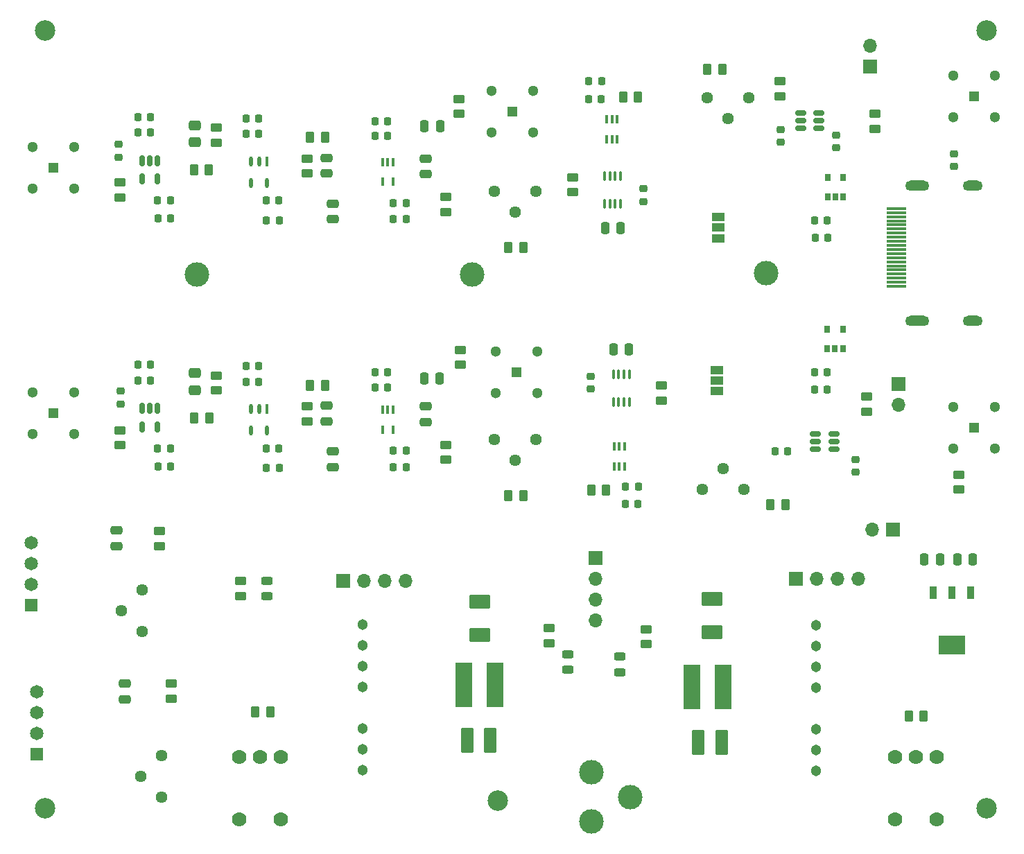
<source format=gbr>
%TF.GenerationSoftware,KiCad,Pcbnew,8.0.8*%
%TF.CreationDate,2025-08-11T17:01:41-07:00*%
%TF.ProjectId,bellamu,62656c6c-616d-4752-9e6b-696361645f70,rev?*%
%TF.SameCoordinates,Original*%
%TF.FileFunction,Soldermask,Top*%
%TF.FilePolarity,Negative*%
%FSLAX46Y46*%
G04 Gerber Fmt 4.6, Leading zero omitted, Abs format (unit mm)*
G04 Created by KiCad (PCBNEW 8.0.8) date 2025-08-11 17:01:41*
%MOMM*%
%LPD*%
G01*
G04 APERTURE LIST*
G04 Aperture macros list*
%AMRoundRect*
0 Rectangle with rounded corners*
0 $1 Rounding radius*
0 $2 $3 $4 $5 $6 $7 $8 $9 X,Y pos of 4 corners*
0 Add a 4 corners polygon primitive as box body*
4,1,4,$2,$3,$4,$5,$6,$7,$8,$9,$2,$3,0*
0 Add four circle primitives for the rounded corners*
1,1,$1+$1,$2,$3*
1,1,$1+$1,$4,$5*
1,1,$1+$1,$6,$7*
1,1,$1+$1,$8,$9*
0 Add four rect primitives between the rounded corners*
20,1,$1+$1,$2,$3,$4,$5,0*
20,1,$1+$1,$4,$5,$6,$7,0*
20,1,$1+$1,$6,$7,$8,$9,0*
20,1,$1+$1,$8,$9,$2,$3,0*%
G04 Aperture macros list end*
%ADD10C,0.000000*%
%ADD11RoundRect,0.250000X-0.450000X0.262500X-0.450000X-0.262500X0.450000X-0.262500X0.450000X0.262500X0*%
%ADD12RoundRect,0.250000X0.450000X-0.262500X0.450000X0.262500X-0.450000X0.262500X-0.450000X-0.262500X0*%
%ADD13R,1.700000X1.700000*%
%ADD14O,1.700000X1.700000*%
%ADD15R,1.500000X1.000000*%
%ADD16C,3.000000*%
%ADD17RoundRect,0.225000X-0.250000X0.225000X-0.250000X-0.225000X0.250000X-0.225000X0.250000X0.225000X0*%
%ADD18C,2.500000*%
%ADD19RoundRect,0.250000X-0.250000X-0.475000X0.250000X-0.475000X0.250000X0.475000X-0.250000X0.475000X0*%
%ADD20RoundRect,0.225000X0.250000X-0.225000X0.250000X0.225000X-0.250000X0.225000X-0.250000X-0.225000X0*%
%ADD21C,1.300000*%
%ADD22R,1.300000X1.300000*%
%ADD23R,0.650001X0.900001*%
%ADD24O,0.349999X1.200000*%
%ADD25RoundRect,0.150000X0.512500X0.150000X-0.512500X0.150000X-0.512500X-0.150000X0.512500X-0.150000X0*%
%ADD26R,0.355600X1.079500*%
%ADD27R,0.304800X1.079500*%
%ADD28R,0.457200X1.219200*%
%ADD29O,0.457200X1.219200*%
%ADD30RoundRect,0.150000X-0.150000X0.512500X-0.150000X-0.512500X0.150000X-0.512500X0.150000X0.512500X0*%
%ADD31C,1.440000*%
%ADD32RoundRect,0.250000X0.262500X0.450000X-0.262500X0.450000X-0.262500X-0.450000X0.262500X-0.450000X0*%
%ADD33RoundRect,0.250000X-0.262500X-0.450000X0.262500X-0.450000X0.262500X0.450000X-0.262500X0.450000X0*%
%ADD34RoundRect,0.225000X0.225000X0.250000X-0.225000X0.250000X-0.225000X-0.250000X0.225000X-0.250000X0*%
%ADD35RoundRect,0.250000X0.250000X0.475000X-0.250000X0.475000X-0.250000X-0.475000X0.250000X-0.475000X0*%
%ADD36RoundRect,0.225000X-0.225000X-0.250000X0.225000X-0.250000X0.225000X0.250000X-0.225000X0.250000X0*%
%ADD37RoundRect,0.250000X0.475000X-0.250000X0.475000X0.250000X-0.475000X0.250000X-0.475000X-0.250000X0*%
%ADD38RoundRect,0.250000X-0.475000X0.337500X-0.475000X-0.337500X0.475000X-0.337500X0.475000X0.337500X0*%
%ADD39RoundRect,0.243750X0.456250X-0.243750X0.456250X0.243750X-0.456250X0.243750X-0.456250X-0.243750X0*%
%ADD40RoundRect,0.243750X-0.456250X0.243750X-0.456250X-0.243750X0.456250X-0.243750X0.456250X0.243750X0*%
%ADD41R,0.838200X1.600200*%
%ADD42O,2.413000X1.270000*%
%ADD43O,2.921000X1.270000*%
%ADD44R,2.387600X0.304800*%
%ADD45C,1.303000*%
%ADD46C,1.778000*%
%ADD47C,1.650000*%
%ADD48R,1.650000X1.650000*%
%ADD49R,2.159000X5.511800*%
%ADD50RoundRect,0.102000X1.155000X-0.735000X1.155000X0.735000X-1.155000X0.735000X-1.155000X-0.735000X0*%
%ADD51RoundRect,0.102000X-0.685000X-1.405000X0.685000X-1.405000X0.685000X1.405000X-0.685000X1.405000X0*%
%ADD52RoundRect,0.102000X0.685000X1.405000X-0.685000X1.405000X-0.685000X-1.405000X0.685000X-1.405000X0*%
G04 APERTURE END LIST*
D10*
%TO.C,U4*%
G36*
X194965200Y-130401100D02*
G01*
X191764800Y-130401100D01*
X191764800Y-128089700D01*
X194965200Y-128089700D01*
X194965200Y-130401100D01*
G37*
%TD*%
D11*
%TO.C,R23*%
X172400000Y-60375000D03*
X172400000Y-62200000D03*
%TD*%
D12*
%TO.C,R8*%
X183000000Y-100750000D03*
X183000000Y-98925000D03*
%TD*%
D13*
%TO.C,P6*%
X186190000Y-115145000D03*
D14*
X183650000Y-115145000D03*
%TD*%
D15*
%TO.C,JP1*%
X164850000Y-79545000D03*
X164850000Y-78245000D03*
X164850000Y-76945000D03*
%TD*%
D13*
%TO.C,P5*%
X119010000Y-121445000D03*
D14*
X121550000Y-121445000D03*
X124090000Y-121445000D03*
X126630000Y-121445000D03*
%TD*%
%TO.C,P4*%
X181970000Y-121145000D03*
X179430000Y-121145000D03*
X176890000Y-121145000D03*
D13*
X174350000Y-121145000D03*
%TD*%
%TO.C,P1*%
X149850000Y-118605000D03*
D14*
X149850000Y-121145000D03*
X149850000Y-123685000D03*
X149850000Y-126225000D03*
%TD*%
D16*
%TO.C,TP5*%
X170650000Y-83845000D03*
%TD*%
%TO.C,TP3*%
X134750000Y-83945000D03*
%TD*%
%TO.C,TP2*%
X101150000Y-83945000D03*
%TD*%
D17*
%TO.C,C61*%
X193600000Y-70775000D03*
X193600000Y-69225000D03*
%TD*%
D18*
%TO.C,TP1*%
X137925000Y-148270000D03*
%TD*%
%TO.C,H4*%
X82600000Y-149200000D03*
%TD*%
%TO.C,H3*%
X197600000Y-149200000D03*
%TD*%
%TO.C,H2*%
X197600000Y-54200000D03*
%TD*%
%TO.C,H1*%
X82600000Y-54200000D03*
%TD*%
D19*
%TO.C,C60*%
X128975000Y-65895000D03*
X130875000Y-65895000D03*
%TD*%
%TO.C,C59*%
X130825000Y-96695000D03*
X128925000Y-96695000D03*
%TD*%
D20*
%TO.C,C58*%
X91625000Y-69645000D03*
X91625000Y-68095000D03*
%TD*%
%TO.C,C57*%
X91825000Y-99795000D03*
X91825000Y-98245000D03*
%TD*%
D21*
%TO.C,J6*%
X86200000Y-73445000D03*
X81120000Y-73445000D03*
X81120000Y-68365000D03*
X86200000Y-68365000D03*
D22*
X83660000Y-70905000D03*
%TD*%
%TO.C,J1*%
X83660000Y-100905000D03*
D21*
X86200000Y-98365000D03*
X81120000Y-98365000D03*
X81120000Y-103445000D03*
X86200000Y-103445000D03*
%TD*%
D23*
%TO.C,U16*%
X178210002Y-72115001D03*
X180110001Y-72115001D03*
X180110001Y-74515001D03*
X179160003Y-74515001D03*
X178210002Y-74515001D03*
%TD*%
D24*
%TO.C,U15*%
X152900001Y-71924999D03*
X152250000Y-71924999D03*
X151600001Y-71924999D03*
X150950000Y-71924999D03*
X150950000Y-75325000D03*
X151600001Y-75325000D03*
X152250000Y-75325000D03*
X152900001Y-75325000D03*
%TD*%
D25*
%TO.C,U11*%
X177150000Y-66150000D03*
X177150000Y-65200000D03*
X177150000Y-64250000D03*
X174875000Y-64250000D03*
X174875000Y-65200000D03*
X174875000Y-66150000D03*
%TD*%
D26*
%TO.C,U10*%
X151200000Y-65044650D03*
X151849999Y-65044650D03*
X152499998Y-65044650D03*
X152499998Y-67470350D03*
X151849999Y-67470350D03*
X151200000Y-67470350D03*
%TD*%
D27*
%TO.C,U9*%
X125124998Y-70229300D03*
X124474999Y-70229300D03*
X123825000Y-70229300D03*
X123825000Y-72655000D03*
X125124998Y-72655000D03*
%TD*%
D28*
%TO.C,U8*%
X109700000Y-70155000D03*
D29*
X108749999Y-70155000D03*
X107799998Y-70155000D03*
X107799998Y-72775000D03*
X109700000Y-72775000D03*
%TD*%
D30*
%TO.C,U7*%
X96375000Y-70065000D03*
X95425000Y-70065000D03*
X94475000Y-70065000D03*
X94475000Y-72340000D03*
X96375000Y-72340000D03*
%TD*%
D31*
%TO.C,RV3*%
X163510000Y-62405000D03*
X166050000Y-64945000D03*
X168590000Y-62405000D03*
%TD*%
%TO.C,RV2*%
X142552500Y-73855000D03*
X140012500Y-76395000D03*
X137472500Y-73855000D03*
%TD*%
D11*
%TO.C,R33*%
X147050000Y-72099999D03*
X147050000Y-73924999D03*
%TD*%
D32*
%TO.C,R30*%
X155047498Y-62274650D03*
X153222498Y-62274650D03*
%TD*%
D33*
%TO.C,R27*%
X165324997Y-58945000D03*
X163499997Y-58945000D03*
%TD*%
%TO.C,R25*%
X139200000Y-80695000D03*
X141025000Y-80695000D03*
%TD*%
D12*
%TO.C,R22*%
X131524998Y-76355000D03*
X131524998Y-74530000D03*
%TD*%
D33*
%TO.C,R21*%
X114999998Y-67255000D03*
X116824998Y-67255000D03*
%TD*%
D12*
%TO.C,R20*%
X114624998Y-71655000D03*
X114624998Y-69830000D03*
%TD*%
D11*
%TO.C,R19*%
X103525000Y-66040000D03*
X103525000Y-67865000D03*
%TD*%
D33*
%TO.C,R18*%
X100825000Y-71240000D03*
X102650000Y-71240000D03*
%TD*%
D11*
%TO.C,R17*%
X91765000Y-72727500D03*
X91765000Y-74552500D03*
%TD*%
%TO.C,R16*%
X184000000Y-64375000D03*
X184000000Y-66200000D03*
%TD*%
%TO.C,R15*%
X133150000Y-62532500D03*
X133150000Y-64357500D03*
%TD*%
D13*
%TO.C,P3*%
X183400000Y-58600000D03*
D14*
X183400000Y-56060000D03*
%TD*%
D21*
%TO.C,J10*%
X193520000Y-64780000D03*
X193520000Y-59700000D03*
X198600000Y-59700000D03*
X198600000Y-64780000D03*
D22*
X196060000Y-62240000D03*
%TD*%
%TO.C,J8*%
X139735700Y-64104998D03*
D21*
X137195700Y-66644998D03*
X142275700Y-66644998D03*
X142275700Y-61564998D03*
X137195700Y-61564998D03*
%TD*%
D34*
%TO.C,C56*%
X178225000Y-79495000D03*
X176675000Y-79495000D03*
%TD*%
%TO.C,C55*%
X178175000Y-77395000D03*
X176625000Y-77395000D03*
%TD*%
D35*
%TO.C,C54*%
X152900000Y-78324999D03*
X151000000Y-78324999D03*
%TD*%
D20*
%TO.C,C53*%
X155700001Y-75074999D03*
X155700001Y-73524999D03*
%TD*%
D17*
%TO.C,C51*%
X179225000Y-66945000D03*
X179225000Y-68495000D03*
%TD*%
%TO.C,C50*%
X172425000Y-66295000D03*
X172425000Y-67845000D03*
%TD*%
D34*
%TO.C,C49*%
X150599998Y-60355000D03*
X149049998Y-60355000D03*
%TD*%
%TO.C,C48*%
X150549998Y-62544650D03*
X148999998Y-62544650D03*
%TD*%
%TO.C,C47*%
X124450000Y-67045000D03*
X122900000Y-67045000D03*
%TD*%
D36*
%TO.C,C46*%
X122890002Y-65245000D03*
X124440002Y-65245000D03*
%TD*%
D37*
%TO.C,C45*%
X129124998Y-71730000D03*
X129124998Y-69830000D03*
%TD*%
D36*
%TO.C,C44*%
X125157502Y-77230000D03*
X126707502Y-77230000D03*
%TD*%
D34*
%TO.C,C43*%
X126707502Y-75230000D03*
X125157502Y-75230000D03*
%TD*%
D37*
%TO.C,C42*%
X117724998Y-77230000D03*
X117724998Y-75330000D03*
%TD*%
D34*
%TO.C,C41*%
X108715000Y-66830000D03*
X107165000Y-66830000D03*
%TD*%
D36*
%TO.C,C39*%
X107165000Y-64930000D03*
X108715000Y-64930000D03*
%TD*%
D37*
%TO.C,C38*%
X117024998Y-71655000D03*
X117024998Y-69755000D03*
%TD*%
D34*
%TO.C,C37*%
X111190000Y-74930000D03*
X109640000Y-74930000D03*
%TD*%
D36*
%TO.C,C36*%
X109665000Y-77355000D03*
X111215000Y-77355000D03*
%TD*%
D38*
%TO.C,C35*%
X100925000Y-65765000D03*
X100925000Y-67840000D03*
%TD*%
D34*
%TO.C,C33*%
X95490000Y-66630000D03*
X93940000Y-66630000D03*
%TD*%
%TO.C,C32*%
X97925000Y-74940000D03*
X96375000Y-74940000D03*
%TD*%
D36*
%TO.C,C31*%
X93940000Y-64730000D03*
X95490000Y-64730000D03*
%TD*%
%TO.C,C30*%
X96400000Y-77140000D03*
X97950000Y-77140000D03*
%TD*%
D20*
%TO.C,C25*%
X181582191Y-106592809D03*
X181582191Y-108142809D03*
%TD*%
D34*
%TO.C,C24*%
X173344691Y-105532809D03*
X171794691Y-105532809D03*
%TD*%
D17*
%TO.C,C21*%
X149220000Y-97955000D03*
X149220000Y-96405000D03*
%TD*%
D39*
%TO.C,D3*%
X146460000Y-132245000D03*
X146460000Y-130370000D03*
%TD*%
D40*
%TO.C,D2*%
X152850000Y-132545000D03*
X152850000Y-130670000D03*
%TD*%
D25*
%TO.C,U5*%
X178957191Y-105317809D03*
X178957191Y-104367809D03*
X178957191Y-103417809D03*
X176682191Y-103417809D03*
X176682191Y-104367809D03*
X176682191Y-105317809D03*
%TD*%
D11*
%TO.C,R9*%
X194240000Y-110240000D03*
X194240000Y-108415000D03*
%TD*%
D30*
%TO.C,U1*%
X96385000Y-100330000D03*
X95435000Y-100330000D03*
X94485000Y-100330000D03*
X94485000Y-102605000D03*
X96385000Y-102605000D03*
%TD*%
D34*
%TO.C,C29*%
X93950000Y-96895000D03*
X95500000Y-96895000D03*
%TD*%
%TO.C,C28*%
X96385000Y-105205000D03*
X97935000Y-105205000D03*
%TD*%
D36*
%TO.C,C27*%
X95500000Y-94995000D03*
X93950000Y-94995000D03*
%TD*%
%TO.C,C26*%
X97960000Y-107405000D03*
X96410000Y-107405000D03*
%TD*%
D13*
%TO.C,P2*%
X186825000Y-97350000D03*
D14*
X186825000Y-99890000D03*
%TD*%
D41*
%TO.C,U4*%
X195665000Y-122844600D03*
X193365000Y-122844600D03*
X191065000Y-122844600D03*
%TD*%
D33*
%TO.C,R14*%
X149312500Y-110295000D03*
X151137500Y-110295000D03*
%TD*%
%TO.C,R10*%
X139210000Y-110960000D03*
X141035000Y-110960000D03*
%TD*%
D34*
%TO.C,C23*%
X178125000Y-97995000D03*
X176575000Y-97995000D03*
%TD*%
%TO.C,C22*%
X178125000Y-95945000D03*
X176575000Y-95945000D03*
%TD*%
D19*
%TO.C,C20*%
X190015000Y-118745000D03*
X191915000Y-118745000D03*
%TD*%
D35*
%TO.C,C13*%
X195915000Y-118745000D03*
X194015000Y-118745000D03*
%TD*%
D42*
%TO.C,J5*%
X195943802Y-73178400D03*
X195943802Y-89678400D03*
D43*
X189163744Y-73178400D03*
X189163744Y-89678400D03*
D44*
X186563800Y-85428400D03*
X186563800Y-84928401D03*
X186563800Y-84428399D03*
X186563800Y-83928400D03*
X186563800Y-83428401D03*
X186563800Y-82928400D03*
X186563800Y-82428401D03*
X186563800Y-81928399D03*
X186563800Y-81428400D03*
X186563800Y-80928401D03*
X186563800Y-80428399D03*
X186563800Y-79928400D03*
X186563800Y-79428399D03*
X186563800Y-78928400D03*
X186563800Y-78428401D03*
X186563800Y-77928399D03*
X186563800Y-77428400D03*
X186563800Y-76928399D03*
X186563800Y-76428400D03*
X186563800Y-75928401D03*
%TD*%
D26*
%TO.C,U12*%
X153409998Y-104969300D03*
X152759999Y-104969300D03*
X152110000Y-104969300D03*
X152110000Y-107395000D03*
X152759999Y-107395000D03*
X153409998Y-107395000D03*
%TD*%
D36*
%TO.C,C19*%
X155075000Y-109895000D03*
X153525000Y-109895000D03*
%TD*%
%TO.C,C18*%
X153475000Y-111995000D03*
X155025000Y-111995000D03*
%TD*%
%TO.C,C11*%
X125167502Y-107495000D03*
X126717502Y-107495000D03*
%TD*%
D34*
%TO.C,C10*%
X125167502Y-105495000D03*
X126717502Y-105495000D03*
%TD*%
D36*
%TO.C,C7*%
X107175000Y-95195000D03*
X108725000Y-95195000D03*
%TD*%
D34*
%TO.C,C3*%
X109650000Y-105195000D03*
X111200000Y-105195000D03*
%TD*%
D36*
%TO.C,C2*%
X111225000Y-107620000D03*
X109675000Y-107620000D03*
%TD*%
D31*
%TO.C,RV5*%
X94515000Y-127595000D03*
X91975000Y-125055000D03*
X94515000Y-122515000D03*
%TD*%
%TO.C,RV6*%
X96835000Y-142775000D03*
X94295000Y-145315000D03*
X96835000Y-147855000D03*
%TD*%
D33*
%TO.C,R7*%
X115009998Y-97520000D03*
X116834998Y-97520000D03*
%TD*%
D31*
%TO.C,RV4*%
X167970000Y-110250000D03*
X165430000Y-107710000D03*
X162890000Y-110250000D03*
%TD*%
D45*
%TO.C,U3*%
X176820000Y-126800000D03*
X176820000Y-129340000D03*
X176820000Y-131880000D03*
X176820000Y-134420000D03*
X176820000Y-139500000D03*
X176820000Y-142040000D03*
X176820000Y-144580000D03*
%TD*%
D29*
%TO.C,U2*%
X109710000Y-103040000D03*
X107809998Y-103040000D03*
X107809998Y-100420000D03*
X108759999Y-100420000D03*
D28*
X109710000Y-100420000D03*
%TD*%
D46*
%TO.C,S1*%
X111410000Y-142895000D03*
X108870000Y-142895000D03*
X106330000Y-142895000D03*
X106330000Y-150515000D03*
X111410000Y-150515000D03*
%TD*%
D21*
%TO.C,J3*%
X137682500Y-98500000D03*
X137682500Y-93420000D03*
X142762500Y-93420000D03*
X142762500Y-98500000D03*
D22*
X140222500Y-95960000D03*
%TD*%
D47*
%TO.C,J7*%
X81620000Y-134980000D03*
X81620000Y-137520000D03*
X81620000Y-140060000D03*
D48*
X81620000Y-142600000D03*
%TD*%
D23*
%TO.C,U14*%
X178147501Y-90645000D03*
X180047500Y-90645000D03*
X180047500Y-93045000D03*
X179097502Y-93045000D03*
X178147501Y-93045000D03*
%TD*%
D33*
%TO.C,R3*%
X100835000Y-101505000D03*
X102660000Y-101505000D03*
%TD*%
D16*
%TO.C,J2*%
X149350000Y-144779925D03*
X149350000Y-150779925D03*
X154050000Y-147779925D03*
%TD*%
D46*
%TO.C,S2*%
X191520000Y-142885000D03*
X188980000Y-142885000D03*
X186440000Y-142885000D03*
X186440000Y-150505000D03*
X191520000Y-150505000D03*
%TD*%
D11*
%TO.C,R11*%
X106505000Y-121426000D03*
X106505000Y-123251000D03*
%TD*%
D45*
%TO.C,PS1*%
X121440000Y-144506000D03*
X121440000Y-141966000D03*
X121440000Y-139426000D03*
X121440000Y-134346000D03*
X121440000Y-131806000D03*
X121440000Y-129266000D03*
X121440000Y-126726000D03*
%TD*%
D33*
%TO.C,R24*%
X189930000Y-137890000D03*
X188105000Y-137890000D03*
%TD*%
D37*
%TO.C,C5*%
X117034998Y-100020000D03*
X117034998Y-101920000D03*
%TD*%
D11*
%TO.C,R12*%
X156050000Y-129145000D03*
X156050000Y-127320000D03*
%TD*%
D49*
%TO.C,L2*%
X137580075Y-134110075D03*
X133730075Y-134110075D03*
%TD*%
%TO.C,L1*%
X161605000Y-134345000D03*
X165455000Y-134345000D03*
%TD*%
D11*
%TO.C,R4*%
X103535000Y-96305000D03*
X103535000Y-98130000D03*
%TD*%
D37*
%TO.C,C34*%
X92395000Y-133945000D03*
X92395000Y-135845000D03*
%TD*%
%TO.C,C12*%
X129134998Y-100095000D03*
X129134998Y-101995000D03*
%TD*%
D11*
%TO.C,R2*%
X91775000Y-102992500D03*
X91775000Y-104817500D03*
%TD*%
D50*
%TO.C,C16*%
X135680075Y-128010075D03*
X135680075Y-123926075D03*
%TD*%
D12*
%TO.C,R26*%
X98054250Y-133959999D03*
X98054250Y-135784999D03*
%TD*%
D37*
%TO.C,C9*%
X117734998Y-107495000D03*
X117734998Y-105595000D03*
%TD*%
D12*
%TO.C,R1*%
X133325000Y-94995000D03*
X133325000Y-93170000D03*
%TD*%
D51*
%TO.C,C14*%
X137020075Y-140910075D03*
X134180075Y-140910075D03*
%TD*%
D33*
%TO.C,R31*%
X171210000Y-112120000D03*
X173035000Y-112120000D03*
%TD*%
D12*
%TO.C,R6*%
X131534998Y-106620000D03*
X131534998Y-104795000D03*
%TD*%
D38*
%TO.C,C1*%
X100935000Y-98105000D03*
X100935000Y-96030000D03*
%TD*%
D32*
%TO.C,R28*%
X110150000Y-137395000D03*
X108325000Y-137395000D03*
%TD*%
D12*
%TO.C,R5*%
X114634998Y-100095000D03*
X114634998Y-101920000D03*
%TD*%
D37*
%TO.C,C40*%
X91385000Y-117137500D03*
X91385000Y-115237500D03*
%TD*%
D34*
%TO.C,C6*%
X122900000Y-97745000D03*
X124450000Y-97745000D03*
%TD*%
D36*
%TO.C,C4*%
X122890002Y-95945000D03*
X124440002Y-95945000D03*
%TD*%
D34*
%TO.C,C8*%
X107175000Y-97095000D03*
X108725000Y-97095000D03*
%TD*%
D12*
%TO.C,R32*%
X157870001Y-97555000D03*
X157870001Y-99380000D03*
%TD*%
D19*
%TO.C,C52*%
X153920001Y-93155000D03*
X152020001Y-93155000D03*
%TD*%
D24*
%TO.C,U13*%
X152020000Y-99555000D03*
X152670001Y-99555000D03*
X153320000Y-99555000D03*
X153970001Y-99555000D03*
X153970001Y-96154999D03*
X153320000Y-96154999D03*
X152670001Y-96154999D03*
X152020000Y-96154999D03*
%TD*%
D31*
%TO.C,RV1*%
X137482500Y-104120000D03*
X140022500Y-106660000D03*
X142562500Y-104120000D03*
%TD*%
D50*
%TO.C,C17*%
X164115000Y-127675000D03*
X164115000Y-123591000D03*
%TD*%
D39*
%TO.C,D1*%
X109705000Y-123266000D03*
X109705000Y-121391000D03*
%TD*%
D52*
%TO.C,C15*%
X165235000Y-141145000D03*
X162395000Y-141145000D03*
%TD*%
D27*
%TO.C,U6*%
X125134998Y-100494300D03*
X124484999Y-100494300D03*
X123835000Y-100494300D03*
X123835000Y-102920000D03*
X125134998Y-102920000D03*
%TD*%
D12*
%TO.C,R29*%
X96635000Y-117150000D03*
X96635000Y-115325000D03*
%TD*%
D11*
%TO.C,R13*%
X144157500Y-129015183D03*
X144157500Y-127190183D03*
%TD*%
D48*
%TO.C,J9*%
X80930000Y-124401000D03*
D47*
X80930000Y-121861000D03*
X80930000Y-119321000D03*
X80930000Y-116781000D03*
%TD*%
D15*
%TO.C,JP2*%
X164650000Y-98245000D03*
X164650000Y-96945000D03*
X164650000Y-95645000D03*
%TD*%
D21*
%TO.C,J4*%
X193520000Y-100120000D03*
X198600000Y-100120000D03*
X198600000Y-105200000D03*
X193520000Y-105200000D03*
D22*
X196060000Y-102660000D03*
%TD*%
M02*

</source>
